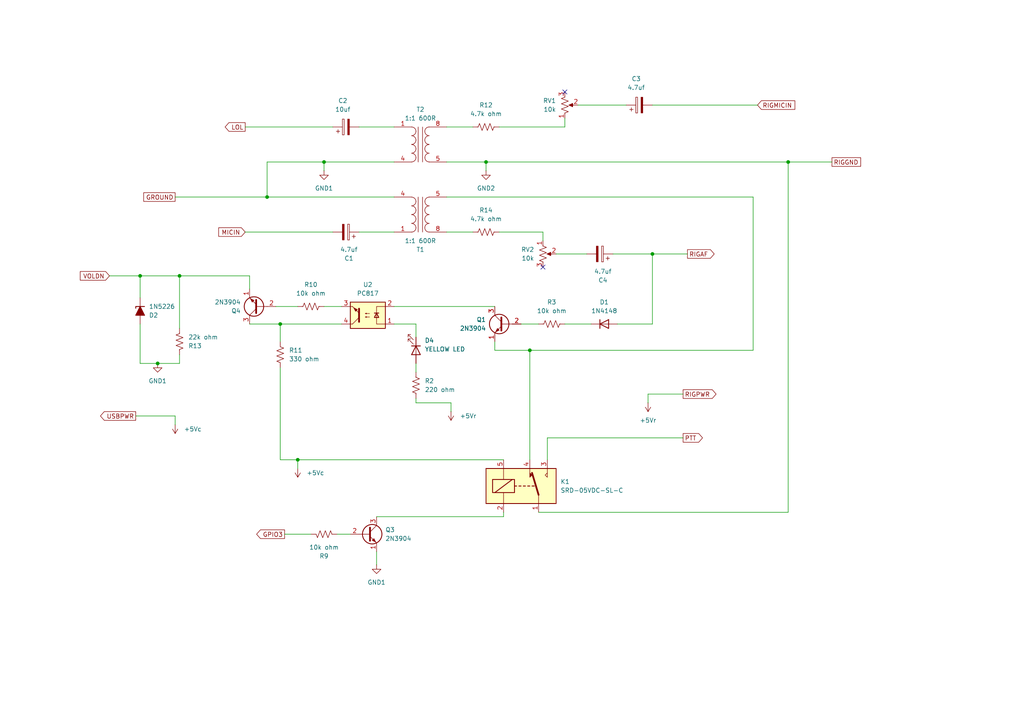
<source format=kicad_sch>
(kicad_sch (version 20250114) (generator "eeschema") (generator_version "9.0")
  (paper "A4")
  (title_block (title "NodePilot By S21TIP") (date "2025-12-13") (rev "3.2"))
  (lib_symbols
    (symbol "Device:C_Polarized" (pin_numbers (hide yes)) (pin_names (offset 0.254))
      (property "Reference" "C" (at 0.635 2.54 0))
      (property "Value" "C_Polarized" (at 0.635 -2.54 0))
      (symbol "C_Polarized_0_1"
        (rectangle (start -2.286 0.508) (end 2.286 1.016))
        (polyline (pts (xy -1.778 2.286) (xy -0.762 2.286)))
        (polyline (pts (xy -1.27 2.794) (xy -1.27 1.778)))
        (rectangle (start 2.286 -0.508) (end -2.286 -1.016) (fill (type outline)))
      )
      (symbol "C_Polarized_1_1"
        (pin passive line (at 0 3.81 270) (length 2.794) (name "~") (number "1"))
        (pin passive line (at 0 -3.81 90) (length 2.794) (name "~") (number "2"))
      )
    )
    (symbol "Device:D_Zener_Filled" (pin_numbers (hide yes)) (pin_names (offset 1.016) (hide yes))
      (property "Reference" "D" (at 0 2.54 0))
      (property "Value" "D_Zener_Filled" (at 0 -2.54 0))
      (symbol "D_Zener_Filled_0_1"
        (polyline (pts (xy -1.27 -1.27) (xy -1.27 1.27) (xy -0.762 1.27)) (stroke (width 0.254)))
        (polyline (pts (xy 1.27 0) (xy -1.27 0)))
        (polyline (pts (xy 1.27 -1.27) (xy 1.27 1.27) (xy -1.27 0) (xy 1.27 -1.27)) (stroke (width 0.254)) (fill (type outline)))
      )
      (symbol "D_Zener_Filled_1_1"
        (pin passive line (at -3.81 0 0) (length 2.54) (name "K") (number "1"))
        (pin passive line (at 3.81 0 180) (length 2.54) (name "A") (number "2"))
      )
    )
    (symbol "Device:LED" (pin_numbers (hide yes)) (pin_names (offset 1.016) (hide yes))
      (property "Reference" "D" (at 0 2.54 0))
      (property "Value" "LED" (at 0 -2.54 0))
      (symbol "LED_0_1"
        (polyline (pts (xy -3.048 -0.762) (xy -4.572 -2.286) (xy -3.81 -2.286) (xy -4.572 -2.286) (xy -4.572 -1.524)))
        (polyline (pts (xy -1.778 -0.762) (xy -3.302 -2.286) (xy -2.54 -2.286) (xy -3.302 -2.286) (xy -3.302 -1.524)))
        (polyline (pts (xy -1.27 0) (xy 1.27 0)))
        (polyline (pts (xy -1.27 -1.27) (xy -1.27 1.27)) (stroke (width 0.254)))
        (polyline (pts (xy 1.27 -1.27) (xy 1.27 1.27) (xy -1.27 0) (xy 1.27 -1.27)) (stroke (width 0.254)))
      )
      (symbol "LED_1_1"
        (pin passive line (at -3.81 0 0) (length 2.54) (name "K") (number "1"))
        (pin passive line (at 3.81 0 180) (length 2.54) (name "A") (number "2"))
      )
    )
    (symbol "Device:R_Potentiometer_US" (pin_names (offset 1.016) (hide yes))
      (property "Reference" "RV" (at -4.445 0 90))
      (property "Value" "R_Potentiometer_US" (at -2.54 0 90))
      (symbol "R_Potentiometer_US_0_1"
        (polyline (pts (xy 0 2.54) (xy 0 2.286)))
        (polyline (pts (xy 0 2.286) (xy 1.016 1.905) (xy 0 1.524) (xy -1.016 1.143) (xy 0 0.762)))
        (polyline (pts (xy 0 0.762) (xy 1.016 0.381) (xy 0 0) (xy -1.016 -0.381) (xy 0 -0.762)))
        (polyline (pts (xy 0 -0.762) (xy 1.016 -1.143) (xy 0 -1.524) (xy -1.016 -1.905) (xy 0 -2.286)))
        (polyline (pts (xy 0 -2.286) (xy 0 -2.54)))
        (polyline (pts (xy 1.143 0) (xy 2.286 0.508) (xy 2.286 -0.508) (xy 1.143 0)) (fill (type outline)))
        (polyline (pts (xy 2.54 0) (xy 1.524 0)))
      )
      (symbol "R_Potentiometer_US_1_1"
        (pin passive line (at 0 3.81 270) (length 1.27) (name "1") (number "1"))
        (pin passive line (at 0 -3.81 90) (length 1.27) (name "3") (number "3"))
        (pin passive line (at 3.81 0 180) (length 1.27) (name "2") (number "2"))
      )
    )
    (symbol "Device:R_US" (pin_numbers (hide yes)) (pin_names (offset 0))
      (property "Reference" "R" (at 2.54 0 90))
      (property "Value" "R_US" (at -2.54 0 90))
      (symbol "R_US_0_1"
        (polyline (pts (xy 0 2.286) (xy 0 2.54)))
        (polyline (pts (xy 0 2.286) (xy 1.016 1.905) (xy 0 1.524) (xy -1.016 1.143) (xy 0 0.762)))
        (polyline (pts (xy 0 0.762) (xy 1.016 0.381) (xy 0 0) (xy -1.016 -0.381) (xy 0 -0.762)))
        (polyline (pts (xy 0 -0.762) (xy 1.016 -1.143) (xy 0 -1.524) (xy -1.016 -1.905) (xy 0 -2.286)))
        (polyline (pts (xy 0 -2.286) (xy 0 -2.54)))
      )
      (symbol "R_US_1_1"
        (pin passive line (at 0 3.81 270) (length 1.27) (name "~") (number "1"))
        (pin passive line (at 0 -3.81 90) (length 1.27) (name "~") (number "2"))
      )
    )
    (symbol "Device:Transformer_1P_1S_SO8" (pin_names (offset 1.016) (hide yes))
      (property "Reference" "T" (at 0 6.35 0))
      (property "Value" "Transformer_1P_1S_SO8" (at 0 -7.62 0))
      (symbol "Transformer_1P_1S_SO8_0_1"
        (arc (start -1.27 3.81) (mid -1.656 2.9336) (end -2.54 2.5654))
        (arc (start -1.27 1.27) (mid -1.656 0.3936) (end -2.54 0.0254))
        (arc (start -1.27 -1.27) (mid -1.656 -2.1464) (end -2.54 -2.5146))
        (arc (start -1.27 -3.81) (mid -1.656 -4.6864) (end -2.54 -5.0546))
        (arc (start -2.54 5.08) (mid -1.642 4.708) (end -1.27 3.81))
        (arc (start -2.54 2.54) (mid -1.642 2.168) (end -1.27 1.27))
        (arc (start -2.54 0) (mid -1.642 -0.372) (end -1.27 -1.27))
        (arc (start -2.54 -2.54) (mid -1.642 -2.912) (end -1.27 -3.81))
        (polyline (pts (xy -0.635 5.08) (xy -0.635 -5.08)))
        (polyline (pts (xy 0.635 -5.08) (xy 0.635 5.08)))
        (arc (start 1.2954 3.81) (mid 1.6457 4.7117) (end 2.54 5.08))
        (arc (start 1.2954 1.27) (mid 1.6457 2.1717) (end 2.54 2.54))
        (arc (start 1.2954 -1.27) (mid 1.6457 -0.3683) (end 2.54 0))
        (arc (start 2.54 2.5654) (mid 1.6599 2.9299) (end 1.2954 3.81))
        (arc (start 2.54 0.0254) (mid 1.6599 0.3899) (end 1.2954 1.27))
        (arc (start 2.54 -2.5146) (mid 1.6599 -2.1501) (end 1.2954 -1.27))
        (arc (start 1.3208 -3.81) (mid 1.6711 -2.9085) (end 2.5654 -2.54))
        (arc (start 2.5654 -5.0546) (mid 1.6851 -4.6902) (end 1.3208 -3.81))
      )
      (symbol "Transformer_1P_1S_SO8_1_1"
        (pin passive line (at -7.62 5.08 0) (length 5.08) (name "AA") (number "1"))
        (pin passive line (at -7.62 -5.08 0) (length 5.08) (name "AB") (number "4"))
        (pin passive line (at 7.62 5.08 180) (length 5.08) (name "SB") (number "8"))
        (pin passive line (at 7.62 -5.08 180) (length 5.08) (name "SA") (number "5"))
      )
    )
    (symbol "Diode:1N4148" (pin_numbers (hide yes)) (pin_names (hide yes))
      (property "Reference" "D" (at 0 2.54 0))
      (property "Value" "1N4148" (at 0 -2.54 0))
      (symbol "1N4148_0_1"
        (polyline (pts (xy -1.27 1.27) (xy -1.27 -1.27)) (stroke (width 0.254)))
        (polyline (pts (xy 1.27 1.27) (xy 1.27 -1.27) (xy -1.27 0) (xy 1.27 1.27)) (stroke (width 0.254)))
        (polyline (pts (xy 1.27 0) (xy -1.27 0)))
      )
      (symbol "1N4148_1_1"
        (pin passive line (at -3.81 0 0) (length 2.54) (name "K") (number "1"))
        (pin passive line (at 3.81 0 180) (length 2.54) (name "A") (number "2"))
      )
    )
    (symbol "Isolator:PC817" (pin_names (offset 1.016))
      (property "Reference" "U" (at -5.08 5.08 0))
      (property "Value" "PC817" (at 0 5.08 0))
      (symbol "PC817_0_1"
        (rectangle (start -5.08 3.81) (end 5.08 -3.81) (stroke (width 0.254)) (fill (type background)))
        (polyline (pts (xy -5.08 2.54) (xy -2.54 2.54) (xy -2.54 -0.635)))
        (polyline (pts (xy -3.175 -0.635) (xy -1.905 -0.635)) (stroke (width 0.254)))
        (polyline (pts (xy -2.54 -0.635) (xy -2.54 -2.54) (xy -5.08 -2.54)))
        (polyline (pts (xy -2.54 -0.635) (xy -3.175 0.635) (xy -1.905 0.635) (xy -2.54 -0.635)) (stroke (width 0.254)))
        (polyline (pts (xy -0.508 0.508) (xy 0.762 0.508) (xy 0.381 0.381) (xy 0.381 0.635) (xy 0.762 0.508)))
        (polyline (pts (xy -0.508 -0.508) (xy 0.762 -0.508) (xy 0.381 -0.635) (xy 0.381 -0.381) (xy 0.762 -0.508)))
        (polyline (pts (xy 2.54 1.905) (xy 2.54 -1.905)) (stroke (width 0.508)))
        (polyline (pts (xy 2.54 0.635) (xy 4.445 2.54)))
        (polyline (pts (xy 3.048 -1.651) (xy 3.556 -1.143) (xy 4.064 -2.159) (xy 3.048 -1.651)) (fill (type outline)))
        (polyline (pts (xy 4.445 2.54) (xy 5.08 2.54)))
        (polyline (pts (xy 4.445 -2.54) (xy 2.54 -0.635)) (fill (type outline)))
        (polyline (pts (xy 4.445 -2.54) (xy 5.08 -2.54)))
      )
      (symbol "PC817_1_1"
        (pin passive line (at -7.62 2.54 0) (length 2.54) (name "~") (number "1"))
        (pin passive line (at -7.62 -2.54 0) (length 2.54) (name "~") (number "2"))
        (pin passive line (at 7.62 2.54 180) (length 2.54) (name "~") (number "4"))
        (pin passive line (at 7.62 -2.54 180) (length 2.54) (name "~") (number "3"))
      )
    )
    (symbol "Relay:SANYOU_SRD_Form_C"
      (property "Reference" "K" (at 11.43 3.81 0))
      (property "Value" "SANYOU_SRD_Form_C" (at 11.43 1.27 0))
      (symbol "SANYOU_SRD_Form_C_0_0"
        (polyline (pts (xy 7.62 5.08) (xy 7.62 2.54) (xy 6.985 3.175) (xy 7.62 3.81)))
      )
      (symbol "SANYOU_SRD_Form_C_0_1"
        (rectangle (start -10.16 5.08) (end 10.16 -5.08) (stroke (width 0.254)) (fill (type background)))
        (rectangle (start -8.255 1.905) (end -1.905 -1.905) (stroke (width 0.254)))
        (polyline (pts (xy -7.62 -1.905) (xy -2.54 1.905)) (stroke (width 0.254)))
        (polyline (pts (xy -5.08 5.08) (xy -5.08 1.905)))
        (polyline (pts (xy -5.08 -5.08) (xy -5.08 -1.905)))
        (polyline (pts (xy -1.905 0) (xy -1.27 0)) (stroke (width 0.254)))
        (polyline (pts (xy -0.635 0) (xy 0 0)) (stroke (width 0.254)))
        (polyline (pts (xy 0.635 0) (xy 1.27 0)) (stroke (width 0.254)))
        (polyline (pts (xy 1.905 0) (xy 2.54 0)) (stroke (width 0.254)))
        (polyline (pts (xy 3.175 0) (xy 3.81 0)) (stroke (width 0.254)))
        (polyline (pts (xy 5.08 -2.54) (xy 3.175 3.81)) (stroke (width 0.508)))
        (polyline (pts (xy 5.08 -2.54) (xy 5.08 -5.08)))
      )
      (symbol "SANYOU_SRD_Form_C_1_1"
        (polyline (pts (xy 2.54 3.81) (xy 3.175 3.175) (xy 2.54 2.54) (xy 2.54 5.08)) (fill (type outline)))
        (pin passive line (at -5.08 7.62 270) (length 2.54) (name "~") (number "5"))
        (pin passive line (at -5.08 -7.62 90) (length 2.54) (name "~") (number "2"))
        (pin passive line (at 2.54 7.62 270) (length 2.54) (name "~") (number "4"))
        (pin passive line (at 5.08 -7.62 90) (length 2.54) (name "~") (number "1"))
        (pin passive line (at 7.62 7.62 270) (length 2.54) (name "~") (number "3"))
      )
    )
    (symbol "Transistor_BJT:2N3904" (pin_names (offset 0) (hide yes))
      (property "Reference" "Q" (at 5.08 1.905 0))
      (property "Value" "2N3904" (at 5.08 0 0))
      (symbol "2N3904_0_1"
        (polyline (pts (xy -2.54 0) (xy 0.635 0)))
        (polyline (pts (xy 0.635 1.905) (xy 0.635 -1.905)) (stroke (width 0.508)))
        (circle (center 1.27 0) (radius 2.8194) (stroke (width 0.254)))
      )
      (symbol "2N3904_1_1"
        (polyline (pts (xy 0.635 0.635) (xy 2.54 2.54)))
        (polyline (pts (xy 0.635 -0.635) (xy 2.54 -2.54)))
        (polyline (pts (xy 1.27 -1.778) (xy 1.778 -1.27) (xy 2.286 -2.286) (xy 1.27 -1.778)) (fill (type outline)))
        (pin input line (at -5.08 0 0) (length 2.54) (name "B") (number "2"))
        (pin passive line (at 2.54 5.08 270) (length 2.54) (name "C") (number "3"))
        (pin passive line (at 2.54 -5.08 90) (length 2.54) (name "E") (number "1"))
      )
    )
    (symbol "power:+5V" (power) (pin_numbers (hide yes)) (pin_names (offset 0) (hide yes))
      (property "Value" "+5V" (at 0 3.556 0))
      (symbol "+5V_0_1"
        (polyline (pts (xy -0.762 1.27) (xy 0 2.54)))
        (polyline (pts (xy 0 2.54) (xy 0.762 1.27)))
        (polyline (pts (xy 0 0) (xy 0 2.54)))
      )
      (symbol "+5V_1_1"
        (pin power_in line (at 0 0 90) (length 0) (name "~") (number "1"))
      )
    )
    (symbol "power:GND1" (power) (pin_numbers (hide yes)) (pin_names (offset 0) (hide yes))
      (property "Value" "GND1" (at 0 -3.81 0))
      (symbol "GND1_0_1"
        (polyline (pts (xy 0 0) (xy 0 -1.27) (xy 1.27 -1.27) (xy 0 -2.54) (xy -1.27 -1.27) (xy 0 -1.27)))
      )
      (symbol "GND1_1_1"
        (pin power_in line (at 0 0 270) (length 0) (name "~") (number "1"))
      )
    )
    (symbol "power:GND2" (power) (pin_numbers (hide yes)) (pin_names (offset 0) (hide yes))
      (property "Value" "GND2" (at 0 -3.81 0))
      (symbol "GND2_0_1"
        (polyline (pts (xy 0 0) (xy 0 -1.27) (xy 1.27 -1.27) (xy 0 -2.54) (xy -1.27 -1.27) (xy 0 -1.27)))
      )
      (symbol "GND2_1_1"
        (pin power_in line (at 0 0 270) (length 0) (name "~") (number "1"))
      )
    )
  )
  (junction (at 86.36 133.35))
  (junction (at 45.72 105.41))
  (junction (at 153.67 101.6))
  (junction (at 93.98 46.99))
  (junction (at 52.07 80.01))
  (junction (at 228.6 46.99))
  (junction (at 189.23 73.66))
  (junction (at 81.28 93.98))
  (junction (at 77.47 57.15))
  (junction (at 140.97 46.99))
  (junction (at 40.64 80.01))
  (no_connect (at 163.83 26.67))
  (no_connect (at 157.48 77.47))
  (wire (pts (xy 137.16 67.31) (xy 129.54 67.31)))
  (wire (pts (xy 129.54 36.83) (xy 137.16 36.83)))
  (wire (pts (xy 156.21 93.98) (xy 151.13 93.98)))
  (wire (pts (xy 77.47 57.15) (xy 114.3 57.15)))
  (wire (pts (xy 120.65 116.84) (xy 120.65 115.57)))
  (wire (pts (xy 171.45 93.98) (xy 163.83 93.98)))
  (wire (pts (xy 104.14 67.31) (xy 114.3 67.31)))
  (wire (pts (xy 130.81 119.38) (xy 130.81 116.84)))
  (wire (pts (xy 81.28 133.35) (xy 86.36 133.35)))
  (wire (pts (xy 82.55 154.94) (xy 90.17 154.94)))
  (wire (pts (xy 140.97 46.99) (xy 228.6 46.99)))
  (wire (pts (xy 80.01 88.9) (xy 86.36 88.9)))
  (wire (pts (xy 161.29 73.66) (xy 170.18 73.66)))
  (wire (pts (xy 72.39 80.01) (xy 72.39 83.82)))
  (wire (pts (xy 81.28 93.98) (xy 81.28 99.06)))
  (wire (pts (xy 189.23 93.98) (xy 189.23 73.66)))
  (wire (pts (xy 120.65 93.98) (xy 120.65 97.79)))
  (wire (pts (xy 39.37 120.65) (xy 50.8 120.65)))
  (wire (pts (xy 52.07 105.41) (xy 52.07 102.87)))
  (wire (pts (xy 86.36 133.35) (xy 86.36 135.89)))
  (wire (pts (xy 120.65 116.84) (xy 130.81 116.84)))
  (wire (pts (xy 179.07 93.98) (xy 189.23 93.98)))
  (wire (pts (xy 228.6 46.99) (xy 241.3 46.99)))
  (wire (pts (xy 93.98 88.9) (xy 99.06 88.9)))
  (wire (pts (xy 153.67 101.6) (xy 153.67 133.35)))
  (wire (pts (xy 114.3 36.83) (xy 104.14 36.83)))
  (wire (pts (xy 146.05 149.86) (xy 146.05 148.59)))
  (wire (pts (xy 143.51 99.06) (xy 143.51 101.6)))
  (wire (pts (xy 143.51 101.6) (xy 153.67 101.6)))
  (wire (pts (xy 114.3 88.9) (xy 143.51 88.9)))
  (wire (pts (xy 71.12 67.31) (xy 96.52 67.31)))
  (wire (pts (xy 77.47 57.15) (xy 50.8 57.15)))
  (wire (pts (xy 86.36 133.35) (xy 146.05 133.35)))
  (wire (pts (xy 157.48 67.31) (xy 157.48 69.85)))
  (wire (pts (xy 93.98 49.53) (xy 93.98 46.99)))
  (wire (pts (xy 177.8 73.66) (xy 189.23 73.66)))
  (wire (pts (xy 50.8 120.65) (xy 50.8 123.19)))
  (wire (pts (xy 129.54 46.99) (xy 140.97 46.99)))
  (wire (pts (xy 40.64 93.98) (xy 40.64 105.41)))
  (wire (pts (xy 156.21 148.59) (xy 228.6 148.59)))
  (wire (pts (xy 120.65 105.41) (xy 120.65 107.95)))
  (wire (pts (xy 109.22 163.83) (xy 109.22 160.02)))
  (wire (pts (xy 129.54 57.15) (xy 218.44 57.15)))
  (wire (pts (xy 52.07 80.01) (xy 52.07 95.25)))
  (wire (pts (xy 163.83 36.83) (xy 163.83 34.29)))
  (wire (pts (xy 81.28 93.98) (xy 99.06 93.98)))
  (wire (pts (xy 140.97 49.53) (xy 140.97 46.99)))
  (wire (pts (xy 187.96 116.84) (xy 187.96 114.3)))
  (wire (pts (xy 52.07 80.01) (xy 72.39 80.01)))
  (wire (pts (xy 158.75 127) (xy 198.12 127)))
  (wire (pts (xy 187.96 114.3) (xy 198.12 114.3)))
  (wire (pts (xy 31.75 80.01) (xy 40.64 80.01)))
  (wire (pts (xy 228.6 46.99) (xy 228.6 148.59)))
  (wire (pts (xy 144.78 36.83) (xy 163.83 36.83)))
  (wire (pts (xy 93.98 46.99) (xy 77.47 46.99)))
  (wire (pts (xy 71.12 36.83) (xy 96.52 36.83)))
  (wire (pts (xy 114.3 93.98) (xy 120.65 93.98)))
  (wire (pts (xy 40.64 80.01) (xy 40.64 86.36)))
  (wire (pts (xy 77.47 46.99) (xy 77.47 57.15)))
  (wire (pts (xy 218.44 57.15) (xy 218.44 101.6)))
  (wire (pts (xy 40.64 80.01) (xy 52.07 80.01)))
  (wire (pts (xy 189.23 73.66) (xy 199.39 73.66)))
  (wire (pts (xy 81.28 93.98) (xy 72.39 93.98)))
  (wire (pts (xy 81.28 106.68) (xy 81.28 133.35)))
  (wire (pts (xy 144.78 67.31) (xy 157.48 67.31)))
  (wire (pts (xy 97.79 154.94) (xy 101.6 154.94)))
  (wire (pts (xy 219.71 30.48) (xy 189.23 30.48)))
  (wire (pts (xy 158.75 133.35) (xy 158.75 127)))
  (wire (pts (xy 167.64 30.48) (xy 181.61 30.48)))
  (wire (pts (xy 45.72 105.41) (xy 52.07 105.41)))
  (wire (pts (xy 40.64 105.41) (xy 45.72 105.41)))
  (wire (pts (xy 153.67 101.6) (xy 218.44 101.6)))
  (wire (pts (xy 109.22 149.86) (xy 146.05 149.86)))
  (wire (pts (xy 93.98 46.99) (xy 114.3 46.99)))
  (global_label "PTT" (shape output) (at 198.12 127 0) (property "Intersheetrefs" "${INTERSHEET_REFS}" (effects (hide yes))))
  (global_label "GPIO3" (shape output) (at 82.55 154.94 180) (property "Intersheetrefs" "${INTERSHEET_REFS}" (effects (hide yes))))
  (global_label "RIGAF" (shape output) (at 199.39 73.66 0) (property "Intersheetrefs" "${INTERSHEET_REFS}" (effects (hide yes))))
  (global_label "VOLDN" (shape input) (at 31.75 80.01 180) (property "Intersheetrefs" "${INTERSHEET_REFS}" (effects (hide yes))))
  (global_label "MICIN" (shape input) (at 71.12 67.31 180) (property "Intersheetrefs" "${INTERSHEET_REFS}" (effects (hide yes))))
  (global_label "USBPWR" (shape output) (at 39.37 120.65 180) (property "Intersheetrefs" "${INTERSHEET_REFS}" (effects (hide yes))))
  (global_label "RIGGND" (shape passive) (at 241.3 46.99 0) (property "Intersheetrefs" "${INTERSHEET_REFS}" (effects (hide yes))))
  (global_label "LOL" (shape output) (at 71.12 36.83 180) (property "Intersheetrefs" "${INTERSHEET_REFS}" (effects (hide yes))))
  (global_label "GROUND" (shape passive) (at 50.8 57.15 180) (property "Intersheetrefs" "${INTERSHEET_REFS}" (effects (hide yes))))
  (global_label "RIGMICIN" (shape input) (at 219.71 30.48 0) (property "Intersheetrefs" "${INTERSHEET_REFS}" (effects (hide yes))))
  (global_label "RIGPWR" (shape output) (at 198.12 114.3 0) (property "Intersheetrefs" "${INTERSHEET_REFS}" (effects (hide yes))))
  (symbol (lib_id "Device:R_US") (at 90.17 88.9 90) (unit 1)
    (property "Reference" "R10" (at 90.17 82.55 90))
    (property "Value" "10k ohm" (at 90.17 85.09 90))
    (property "Description" "Resistor, US symbol" (effects (hide yes)))
  )
  (symbol (lib_id "Isolator:PC817") (at 106.68 91.44 180) (unit 1)
    (property "Reference" "U2" (at 106.68 82.55 0))
    (property "Value" "PC817" (at 106.68 85.09 0))
    (property "Footprint" "Package_DIP:DIP-4_W7.62mm" (effects (hide yes)))
    (property "Datasheet" "http://www.soselectronic.cz/a_info/resource/d/pc817.pdf" (effects (hide yes)))
    (property "Description" "DC Optocoupler, Vce 35V, CTR 50-300%, DIP-4" (effects (hide yes)))
  )
  (symbol (lib_id "Transistor_BJT:2N3904") (at 146.05 93.98 0) (mirror y) (unit 1)
    (property "Reference" "Q1" (at 140.97 92.7099 0) (effects (justify left)))
    (property "Value" "2N3904" (at 140.97 95.2499 0) (effects (justify left)))
    (property "Footprint" "Package_TO_SOT_THT:TO-92_Inline" (effects (hide yes)))
    (property "Datasheet" "https://www.onsemi.com/pub/Collateral/2N3903-D.PDF" (effects (hide yes)))
    (property "Description" "0.2A Ic, 40V Vce, Small Signal NPN Transistor, TO-92" (effects (hide yes)))
  )
  (symbol (lib_id "Device:D_Zener_Filled") (at 40.64 90.17 90) (mirror x) (unit 1)
    (property "Reference" "D2" (at 43.18 91.4401 90) (effects (justify right)))
    (property "Value" "1N5226" (at 43.18 88.9001 90) (effects (justify right)))
    (property "Description" "Zener diode, filled shape" (effects (hide yes)))
  )
  (symbol (lib_id "power:+5V") (at 86.36 135.89 180) (unit 1)
    (property "Reference" "#PWR0101" (effects (hide yes)))
    (property "Value" "+5Vc" (at 88.9 137.1599 0) (effects (justify right)))
    (property "Description" "Power symbol creates a global label with name \"+5V\"" (effects (hide yes)))
  )
  (symbol (lib_id "Device:R_US") (at 140.97 67.31 90) (unit 1)
    (property "Reference" "R14" (at 140.97 60.96 90))
    (property "Value" "4.7k ohm" (at 140.97 63.5 90))
    (property "Description" "Resistor, US symbol" (effects (hide yes)))
  )
  (symbol (lib_id "Device:C_Polarized") (at 100.33 36.83 90) (unit 1)
    (property "Reference" "C2" (at 99.441 29.21 90))
    (property "Value" "10uf" (at 99.441 31.75 90))
    (property "Description" "Polarized capacitor" (effects (hide yes)))
  )
  (symbol (lib_id "Device:Transformer_1P_1S_SO8") (at 121.92 62.23 0) (mirror x) (unit 1)
    (property "Reference" "T1" (at 121.9327 72.39 0))
    (property "Value" "1:1 600R" (at 121.9327 69.85 0))
    (property "Description" "Transformer, single primary, single secondary, SO-8 package" (effects (hide yes)))
  )
  (symbol (lib_id "Device:R_Potentiometer_US") (at 163.83 30.48 0) (mirror x) (unit 1)
    (property "Reference" "RV1" (at 161.29 29.2099 0) (effects (justify right)))
    (property "Value" "10k" (at 161.29 31.7499 0) (effects (justify right)))
    (property "Description" "Potentiometer, US symbol" (effects (hide yes)))
  )
  (symbol (lib_id "Device:C_Polarized") (at 100.33 67.31 270) (mirror x) (unit 1)
    (property "Reference" "C1" (at 101.219 74.93 90))
    (property "Value" "4.7uf" (at 101.219 72.39 90))
    (property "Description" "Polarized capacitor" (effects (hide yes)))
  )
  (symbol (lib_id "power:GND2") (at 140.97 49.53 0) (unit 1)
    (property "Reference" "#PWR01" (effects (hide yes)))
    (property "Value" "GND2" (at 140.97 54.61 0))
    (property "Description" "Power symbol creates a global label with name \"GND2\" , ground" (effects (hide yes)))
  )
  (symbol (lib_id "power:GND1") (at 45.72 105.41 0) (mirror y) (unit 1)
    (property "Reference" "#PWR0105" (effects (hide yes)))
    (property "Value" "GND1" (at 45.72 110.49 0))
    (property "Description" "Power symbol creates a global label with name \"GND1\" , ground" (effects (hide yes)))
  )
  (symbol (lib_id "Device:R_Potentiometer_US") (at 157.48 73.66 0) (unit 1)
    (property "Reference" "RV2" (at 154.94 72.3899 0) (effects (justify right)))
    (property "Value" "10k" (at 154.94 74.9299 0) (effects (justify right)))
    (property "Description" "Potentiometer, US symbol" (effects (hide yes)))
  )
  (symbol (lib_id "power:+5V") (at 187.96 116.84 180) (unit 1)
    (property "Reference" "#PWR0104" (effects (hide yes)))
    (property "Value" "+5Vr" (at 187.96 121.92 0))
    (property "Description" "Power symbol creates a global label with name \"+5V\"" (effects (hide yes)))
  )
  (symbol (lib_id "Device:R_US") (at 81.28 102.87 0) (unit 1)
    (property "Reference" "R11" (at 83.82 101.5999 0) (effects (justify left)))
    (property "Value" "330 ohm" (at 83.82 104.1399 0) (effects (justify left)))
    (property "Description" "Resistor, US symbol" (effects (hide yes)))
  )
  (symbol (lib_id "Device:C_Polarized") (at 185.42 30.48 90) (unit 1)
    (property "Reference" "C3" (at 184.531 22.86 90))
    (property "Value" "4.7uf" (at 184.531 25.4 90))
    (property "Description" "Polarized capacitor" (effects (hide yes)))
  )
  (symbol (lib_id "Relay:SANYOU_SRD_Form_C") (at 151.13 140.97 0) (unit 1)
    (property "Reference" "K1" (at 162.56 139.6999 0) (effects (justify left)))
    (property "Value" "SRD-05VDC-SL-C" (at 162.56 142.2399 0) (effects (justify left)))
    (property "Footprint" "Relay_THT:Relay_SPDT_SANYOU_SRD_Series_Form_C" (effects (hide yes)))
    (property "Datasheet" "http://www.sanyourelay.ca/public/products/pdf/SRD.pdf" (effects (hide yes)))
    (property "Description" "Sanyo SRD relay, Single Pole Miniature Power Relay," (effects (hide yes)))
  )
  (symbol (lib_id "Device:Transformer_1P_1S_SO8") (at 121.92 41.91 0) (unit 1)
    (property "Reference" "T2" (at 121.9327 31.75 0))
    (property "Value" "1:1 600R" (at 121.9327 34.29 0))
    (property "Description" "Transformer, single primary, single secondary, SO-8 package" (effects (hide yes)))
  )
  (symbol (lib_id "power:+5V") (at 50.8 123.19 180) (unit 1)
    (property "Reference" "#PWR04" (effects (hide yes)))
    (property "Value" "+5Vc" (at 53.34 124.4599 0) (effects (justify right)))
    (property "Description" "Power symbol creates a global label with name \"+5V\"" (effects (hide yes)))
  )
  (symbol (lib_id "power:GND1") (at 109.22 163.83 0) (unit 1)
    (property "Reference" "#PWR02" (effects (hide yes)))
    (property "Value" "GND1" (at 109.22 168.91 0))
    (property "Description" "Power symbol creates a global label with name \"GND1\" , ground" (effects (hide yes)))
  )
  (symbol (lib_id "Device:C_Polarized") (at 173.99 73.66 270) (mirror x) (unit 1)
    (property "Reference" "C4" (at 174.879 81.28 90))
    (property "Value" "4.7uf" (at 174.879 78.74 90))
    (property "Description" "Polarized capacitor" (effects (hide yes)))
  )
  (symbol (lib_id "power:GND1") (at 93.98 49.53 0) (unit 1)
    (property "Reference" "#PWR0102" (effects (hide yes)))
    (property "Value" "GND1" (at 93.98 54.61 0))
    (property "Description" "Power symbol creates a global label with name \"GND1\" , ground" (effects (hide yes)))
  )
  (symbol (lib_id "Transistor_BJT:2N3904") (at 106.68 154.94 0) (unit 1)
    (property "Reference" "Q3" (at 111.76 153.6699 0) (effects (justify left)))
    (property "Value" "2N3904" (at 111.76 156.2099 0) (effects (justify left)))
    (property "Footprint" "Package_TO_SOT_THT:TO-92_Inline" (effects (hide yes)))
    (property "Datasheet" "https://www.onsemi.com/pub/Collateral/2N3903-D.PDF" (effects (hide yes)))
    (property "Description" "0.2A Ic, 40V Vce, Small Signal NPN Transistor, TO-92" (effects (hide yes)))
  )
  (symbol (lib_id "Device:R_US") (at 93.98 154.94 90) (mirror x) (unit 1)
    (property "Reference" "R9" (at 93.98 161.29 90))
    (property "Value" "10k ohm" (at 93.98 158.75 90))
    (property "Description" "Resistor, US symbol" (effects (hide yes)))
  )
  (symbol (lib_id "Device:LED") (at 120.65 101.6 270) (unit 1)
    (property "Reference" "D4" (at 123.19 98.7424 90) (effects (justify left)))
    (property "Value" "YELLOW LED" (at 123.19 101.2824 90) (effects (justify left)))
    (property "Description" "Light emitting diode" (effects (hide yes)))
    (property "Sim.Pins" "1=K 2=A" (effects (hide yes)))
  )
  (symbol (lib_id "Device:R_US") (at 140.97 36.83 90) (unit 1)
    (property "Reference" "R12" (at 140.97 30.48 90))
    (property "Value" "4.7k ohm" (at 140.97 33.02 90))
    (property "Description" "Resistor, US symbol" (effects (hide yes)))
  )
  (symbol (lib_id "Device:R_US") (at 120.65 111.76 0) (unit 1)
    (property "Reference" "R2" (at 123.19 110.4899 0) (effects (justify left)))
    (property "Value" "220 ohm" (at 123.19 113.0299 0) (effects (justify left)))
    (property "Description" "Resistor, US symbol" (effects (hide yes)))
  )
  (symbol (lib_id "power:+5V") (at 130.81 119.38 180) (unit 1)
    (property "Reference" "#PWR03" (effects (hide yes)))
    (property "Value" "+5Vr" (at 133.35 120.6499 0) (effects (justify right)))
    (property "Description" "Power symbol creates a global label with name \"+5V\"" (effects (hide yes)))
  )
  (symbol (lib_id "Device:R_US") (at 52.07 99.06 0) (mirror x) (unit 1)
    (property "Reference" "R13" (at 54.61 100.3301 0) (effects (justify left)))
    (property "Value" "22k ohm" (at 54.61 97.7901 0) (effects (justify left)))
    (property "Description" "Resistor, US symbol" (effects (hide yes)))
  )
  (symbol (lib_id "Device:R_US") (at 160.02 93.98 90) (unit 1)
    (property "Reference" "R3" (at 160.02 87.63 90))
    (property "Value" "10k ohm" (at 160.02 90.17 90))
    (property "Description" "Resistor, US symbol" (effects (hide yes)))
  )
  (symbol (lib_id "Transistor_BJT:2N3904") (at 74.93 88.9 180) (unit 1)
    (property "Reference" "Q4" (at 69.85 90.1701 0) (effects (justify left)))
    (property "Value" "2N3904" (at 69.85 87.6301 0) (effects (justify left)))
    (property "Footprint" "Package_TO_SOT_THT:TO-92_Inline" (effects (hide yes)))
    (property "Datasheet" "https://www.onsemi.com/pub/Collateral/2N3903-D.PDF" (effects (hide yes)))
    (property "Description" "0.2A Ic, 40V Vce, Small Signal NPN Transistor, TO-92" (effects (hide yes)))
  )
  (symbol (lib_id "Diode:1N4148") (at 175.26 93.98 0) (unit 1)
    (property "Reference" "D1" (at 175.26 87.63 0))
    (property "Value" "1N4148" (at 175.26 90.17 0))
    (property "Footprint" "Diode_THT:D_DO-35_SOD27_P7.62mm_Horizontal" (effects (hide yes)))
    (property "Datasheet" "https://assets.nexperia.com/documents/data-sheet/1N4148_1N4448.pdf" (effects (hide yes)))
    (property "Description" "100V 0.15A standard switching diode, DO-35" (effects (hide yes)))
    (property "Sim.Device" "D" (effects (hide yes)))
    (property "Sim.Pins" "1=K 2=A" (effects (hide yes)))
  )
)
</source>
